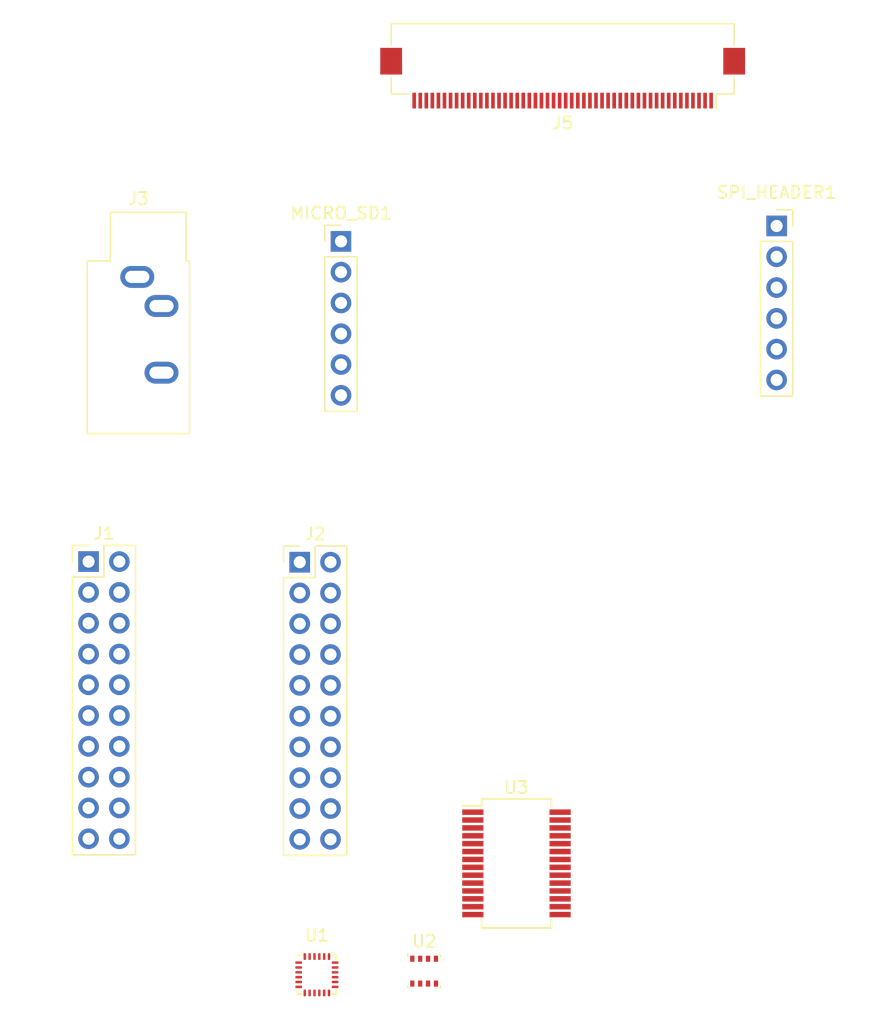
<source format=kicad_pcb>
(kicad_pcb (version 20171130) (host pcbnew 5.0.2-bee76a0~70~ubuntu18.04.1)

  (general
    (thickness 1.6)
    (drawings 0)
    (tracks 0)
    (zones 0)
    (modules 9)
    (nets 127)
  )

  (page A4)
  (layers
    (0 F.Cu signal)
    (31 B.Cu signal)
    (32 B.Adhes user)
    (33 F.Adhes user)
    (34 B.Paste user)
    (35 F.Paste user)
    (36 B.SilkS user)
    (37 F.SilkS user)
    (38 B.Mask user)
    (39 F.Mask user)
    (40 Dwgs.User user)
    (41 Cmts.User user)
    (42 Eco1.User user)
    (43 Eco2.User user)
    (44 Edge.Cuts user)
    (45 Margin user)
    (46 B.CrtYd user)
    (47 F.CrtYd user)
    (48 B.Fab user)
    (49 F.Fab user)
  )

  (setup
    (last_trace_width 0.25)
    (trace_clearance 0.2)
    (zone_clearance 0.508)
    (zone_45_only no)
    (trace_min 0.2)
    (segment_width 0.2)
    (edge_width 0.15)
    (via_size 0.8)
    (via_drill 0.4)
    (via_min_size 0.4)
    (via_min_drill 0.3)
    (uvia_size 0.3)
    (uvia_drill 0.1)
    (uvias_allowed no)
    (uvia_min_size 0.2)
    (uvia_min_drill 0.1)
    (pcb_text_width 0.3)
    (pcb_text_size 1.5 1.5)
    (mod_edge_width 0.15)
    (mod_text_size 1 1)
    (mod_text_width 0.15)
    (pad_size 1.524 1.524)
    (pad_drill 0.762)
    (pad_to_mask_clearance 0.051)
    (solder_mask_min_width 0.25)
    (aux_axis_origin 0 0)
    (visible_elements FFFFFF7F)
    (pcbplotparams
      (layerselection 0x010fc_ffffffff)
      (usegerberextensions false)
      (usegerberattributes false)
      (usegerberadvancedattributes false)
      (creategerberjobfile false)
      (excludeedgelayer true)
      (linewidth 0.100000)
      (plotframeref false)
      (viasonmask false)
      (mode 1)
      (useauxorigin false)
      (hpglpennumber 1)
      (hpglpenspeed 20)
      (hpglpendiameter 15.000000)
      (psnegative false)
      (psa4output false)
      (plotreference true)
      (plotvalue true)
      (plotinvisibletext false)
      (padsonsilk false)
      (subtractmaskfromsilk false)
      (outputformat 1)
      (mirror false)
      (drillshape 1)
      (scaleselection 1)
      (outputdirectory ""))
  )

  (net 0 "")
  (net 1 "Net-(U1-Pad1)")
  (net 2 "Net-(U1-Pad7)")
  (net 3 "Net-(U1-Pad8)")
  (net 4 "Net-(U1-Pad10)")
  (net 5 "Net-(U1-Pad11)")
  (net 6 "Net-(U1-Pad12)")
  (net 7 "Net-(U1-Pad20)")
  (net 8 "Net-(U1-Pad21)")
  (net 9 "Net-(U1-Pad22)")
  (net 10 "Net-(U2-Pad2)")
  (net 11 "Net-(U2-Pad6)")
  (net 12 /PIN_19)
  (net 13 /PIN_18)
  (net 14 /PIN_23)
  (net 15 GND)
  (net 16 "Net-(U3-Pad1)")
  (net 17 "Net-(U3-Pad2)")
  (net 18 "Net-(U3-Pad3)")
  (net 19 "Net-(U3-Pad4)")
  (net 20 "Net-(U3-Pad5)")
  (net 21 "Net-(U3-Pad6)")
  (net 22 "Net-(U3-Pad7)")
  (net 23 "Net-(U3-Pad8)")
  (net 24 "Net-(U3-Pad9)")
  (net 25 "Net-(U3-Pad10)")
  (net 26 "Net-(U3-Pad11)")
  (net 27 "Net-(U3-Pad12)")
  (net 28 "Net-(U3-Pad13)")
  (net 29 "Net-(U3-Pad14)")
  (net 30 "Net-(U3-Pad15)")
  (net 31 "Net-(U3-Pad16)")
  (net 32 "Net-(U3-Pad17)")
  (net 33 "Net-(U3-Pad18)")
  (net 34 "Net-(U3-Pad19)")
  (net 35 "Net-(U3-Pad20)")
  (net 36 "Net-(U3-Pad21)")
  (net 37 "Net-(U3-Pad22)")
  (net 38 "Net-(U3-Pad23)")
  (net 39 "Net-(U3-Pad24)")
  (net 40 "Net-(U3-Pad25)")
  (net 41 "Net-(U3-Pad26)")
  (net 42 "Net-(U3-Pad27)")
  (net 43 "Net-(U3-Pad28)")
  (net 44 +3V3)
  (net 45 /PIN_RST)
  (net 46 "Net-(J1-Pad3)")
  (net 47 /PIN_VP)
  (net 48 /PIN_VN)
  (net 49 /PIN_26)
  (net 50 /PIN_35)
  (net 51 /PIN_33)
  (net 52 /PIN_34)
  (net 53 /PIN_TMS)
  (net 54 /PIN_5)
  (net 55 "Net-(J1-Pad15)")
  (net 56 /PIN_SD2)
  (net 57 /PIN_TCK)
  (net 58 /PIN_CMD)
  (net 59 /PIN_SD3)
  (net 60 /PIN_CLK)
  (net 61 /PIN_SD1)
  (net 62 /PIN_TDO)
  (net 63 /PIN_2)
  (net 64 +5V)
  (net 65 /PIN_0)
  (net 66 /PIN_4)
  (net 67 /PIN_16)
  (net 68 /PIN_TDI)
  (net 69 /PIN_17)
  (net 70 /PIN_32)
  (net 71 /PIN_21)
  (net 72 /PIN_25)
  (net 73 /PIN_22)
  (net 74 /PIN_27)
  (net 75 /PIN_RXD)
  (net 76 /PIN_TXD)
  (net 77 "Net-(J3-PadS)")
  (net 78 "Net-(J3-PadT)")
  (net 79 "Net-(J3-PadR)")
  (net 80 "Net-(MICRO_SD1-Pad2)")
  (net 81 "Net-(SPI_HEADER1-Pad2)")
  (net 82 "Net-(U1-Pad9)")
  (net 83 "Net-(U2-Pad5)")
  (net 84 "Net-(J5-Pad1)")
  (net 85 "Net-(J5-Pad2)")
  (net 86 "Net-(J5-Pad3)")
  (net 87 "Net-(J5-Pad4)")
  (net 88 "Net-(J5-Pad5)")
  (net 89 "Net-(J5-Pad6)")
  (net 90 "Net-(J5-Pad7)")
  (net 91 "Net-(J5-Pad8)")
  (net 92 "Net-(J5-Pad9)")
  (net 93 /PIN_RESET)
  (net 94 "Net-(J5-Pad11)")
  (net 95 "Net-(J5-Pad12)")
  (net 96 "Net-(J5-Pad13)")
  (net 97 "Net-(J5-Pad14)")
  (net 98 "Net-(J5-Pad15)")
  (net 99 "Net-(J5-Pad16)")
  (net 100 "Net-(J5-Pad17)")
  (net 101 "Net-(J5-Pad18)")
  (net 102 "Net-(J5-Pad19)")
  (net 103 "Net-(J5-Pad20)")
  (net 104 "Net-(J5-Pad21)")
  (net 105 "Net-(J5-Pad22)")
  (net 106 "Net-(J5-Pad23)")
  (net 107 "Net-(J5-Pad24)")
  (net 108 "Net-(J5-Pad25)")
  (net 109 "Net-(J5-Pad26)")
  (net 110 "Net-(J5-Pad27)")
  (net 111 "Net-(J5-Pad28)")
  (net 112 "Net-(J5-Pad29)")
  (net 113 "Net-(J5-Pad30)")
  (net 114 "Net-(J5-Pad31)")
  (net 115 "Net-(J5-Pad32)")
  (net 116 "Net-(J5-Pad35)")
  (net 117 "Net-(J5-Pad36)")
  (net 118 /PIN_CS)
  (net 119 "Net-(J5-Pad39)")
  (net 120 "Net-(J5-Pad40)")
  (net 121 "Net-(J5-Pad41)")
  (net 122 /PIN_VCI)
  (net 123 "Net-(J5-Pad44)")
  (net 124 "Net-(J5-Pad45)")
  (net 125 "Net-(J5-Pad46)")
  (net 126 "Net-(J5-Pad47)")

  (net_class Default "This is the default net class."
    (clearance 0.2)
    (trace_width 0.25)
    (via_dia 0.8)
    (via_drill 0.4)
    (uvia_dia 0.3)
    (uvia_drill 0.1)
    (add_net +3V3)
    (add_net +5V)
    (add_net /PIN_0)
    (add_net /PIN_16)
    (add_net /PIN_17)
    (add_net /PIN_18)
    (add_net /PIN_19)
    (add_net /PIN_2)
    (add_net /PIN_21)
    (add_net /PIN_22)
    (add_net /PIN_23)
    (add_net /PIN_25)
    (add_net /PIN_26)
    (add_net /PIN_27)
    (add_net /PIN_32)
    (add_net /PIN_33)
    (add_net /PIN_34)
    (add_net /PIN_35)
    (add_net /PIN_4)
    (add_net /PIN_5)
    (add_net /PIN_CLK)
    (add_net /PIN_CMD)
    (add_net /PIN_CS)
    (add_net /PIN_RESET)
    (add_net /PIN_RST)
    (add_net /PIN_RXD)
    (add_net /PIN_SD1)
    (add_net /PIN_SD2)
    (add_net /PIN_SD3)
    (add_net /PIN_TCK)
    (add_net /PIN_TDI)
    (add_net /PIN_TDO)
    (add_net /PIN_TMS)
    (add_net /PIN_TXD)
    (add_net /PIN_VCI)
    (add_net /PIN_VN)
    (add_net /PIN_VP)
    (add_net GND)
    (add_net "Net-(J1-Pad15)")
    (add_net "Net-(J1-Pad3)")
    (add_net "Net-(J3-PadR)")
    (add_net "Net-(J3-PadS)")
    (add_net "Net-(J3-PadT)")
    (add_net "Net-(J5-Pad1)")
    (add_net "Net-(J5-Pad11)")
    (add_net "Net-(J5-Pad12)")
    (add_net "Net-(J5-Pad13)")
    (add_net "Net-(J5-Pad14)")
    (add_net "Net-(J5-Pad15)")
    (add_net "Net-(J5-Pad16)")
    (add_net "Net-(J5-Pad17)")
    (add_net "Net-(J5-Pad18)")
    (add_net "Net-(J5-Pad19)")
    (add_net "Net-(J5-Pad2)")
    (add_net "Net-(J5-Pad20)")
    (add_net "Net-(J5-Pad21)")
    (add_net "Net-(J5-Pad22)")
    (add_net "Net-(J5-Pad23)")
    (add_net "Net-(J5-Pad24)")
    (add_net "Net-(J5-Pad25)")
    (add_net "Net-(J5-Pad26)")
    (add_net "Net-(J5-Pad27)")
    (add_net "Net-(J5-Pad28)")
    (add_net "Net-(J5-Pad29)")
    (add_net "Net-(J5-Pad3)")
    (add_net "Net-(J5-Pad30)")
    (add_net "Net-(J5-Pad31)")
    (add_net "Net-(J5-Pad32)")
    (add_net "Net-(J5-Pad35)")
    (add_net "Net-(J5-Pad36)")
    (add_net "Net-(J5-Pad39)")
    (add_net "Net-(J5-Pad4)")
    (add_net "Net-(J5-Pad40)")
    (add_net "Net-(J5-Pad41)")
    (add_net "Net-(J5-Pad44)")
    (add_net "Net-(J5-Pad45)")
    (add_net "Net-(J5-Pad46)")
    (add_net "Net-(J5-Pad47)")
    (add_net "Net-(J5-Pad5)")
    (add_net "Net-(J5-Pad6)")
    (add_net "Net-(J5-Pad7)")
    (add_net "Net-(J5-Pad8)")
    (add_net "Net-(J5-Pad9)")
    (add_net "Net-(MICRO_SD1-Pad2)")
    (add_net "Net-(SPI_HEADER1-Pad2)")
    (add_net "Net-(U1-Pad1)")
    (add_net "Net-(U1-Pad10)")
    (add_net "Net-(U1-Pad11)")
    (add_net "Net-(U1-Pad12)")
    (add_net "Net-(U1-Pad20)")
    (add_net "Net-(U1-Pad21)")
    (add_net "Net-(U1-Pad22)")
    (add_net "Net-(U1-Pad7)")
    (add_net "Net-(U1-Pad8)")
    (add_net "Net-(U1-Pad9)")
    (add_net "Net-(U2-Pad2)")
    (add_net "Net-(U2-Pad5)")
    (add_net "Net-(U2-Pad6)")
    (add_net "Net-(U3-Pad1)")
    (add_net "Net-(U3-Pad10)")
    (add_net "Net-(U3-Pad11)")
    (add_net "Net-(U3-Pad12)")
    (add_net "Net-(U3-Pad13)")
    (add_net "Net-(U3-Pad14)")
    (add_net "Net-(U3-Pad15)")
    (add_net "Net-(U3-Pad16)")
    (add_net "Net-(U3-Pad17)")
    (add_net "Net-(U3-Pad18)")
    (add_net "Net-(U3-Pad19)")
    (add_net "Net-(U3-Pad2)")
    (add_net "Net-(U3-Pad20)")
    (add_net "Net-(U3-Pad21)")
    (add_net "Net-(U3-Pad22)")
    (add_net "Net-(U3-Pad23)")
    (add_net "Net-(U3-Pad24)")
    (add_net "Net-(U3-Pad25)")
    (add_net "Net-(U3-Pad26)")
    (add_net "Net-(U3-Pad27)")
    (add_net "Net-(U3-Pad28)")
    (add_net "Net-(U3-Pad3)")
    (add_net "Net-(U3-Pad4)")
    (add_net "Net-(U3-Pad5)")
    (add_net "Net-(U3-Pad6)")
    (add_net "Net-(U3-Pad7)")
    (add_net "Net-(U3-Pad8)")
    (add_net "Net-(U3-Pad9)")
  )

  (module Sensor_Motion:InvenSense_QFN-24_3x3mm_P0.4mm (layer F.Cu) (tedit 5B5A6A65) (tstamp 5CB2C697)
    (at 131.869001 143.045001)
    (descr "24-Lead Plastic QFN (3mm x 3mm); Pitch 0.4mm; EP 1.7x1.54mm; for InvenSense motion sensors; keepout area marked (Package see: https://store.invensense.com/datasheets/invensense/MPU9250REV1.0.pdf; See also https://www.invensense.com/wp-content/uploads/2015/02/InvenSense-MEMS-Handling.pdf)")
    (tags "QFN 0.4")
    (path /5CA64D58)
    (attr smd)
    (fp_text reference U1 (at 0 -3.25) (layer F.SilkS)
      (effects (font (size 1 1) (thickness 0.15)))
    )
    (fp_text value MPU-9250 (at 0 3.25) (layer F.Fab)
      (effects (font (size 1 1) (thickness 0.15)))
    )
    (fp_text user %R (at 0 0) (layer F.Fab)
      (effects (font (size 0.7 0.7) (thickness 0.105)))
    )
    (fp_line (start -0.5 -1.5) (end 1.5 -1.5) (layer F.Fab) (width 0.15))
    (fp_line (start 1.5 -1.5) (end 1.5 1.5) (layer F.Fab) (width 0.15))
    (fp_line (start 1.5 1.5) (end -1.5 1.5) (layer F.Fab) (width 0.15))
    (fp_line (start -1.5 1.5) (end -1.5 -0.5) (layer F.Fab) (width 0.15))
    (fp_line (start -1.5 -0.5) (end -0.5 -1.5) (layer F.Fab) (width 0.15))
    (fp_line (start 2.05 -2.05) (end 2.05 2.05) (layer F.CrtYd) (width 0.05))
    (fp_line (start 2.05 2.05) (end -2.05 2.05) (layer F.CrtYd) (width 0.05))
    (fp_line (start -2.05 2.05) (end -2.05 -2.05) (layer F.CrtYd) (width 0.05))
    (fp_line (start -2.05 -2.05) (end 2.05 -2.05) (layer F.CrtYd) (width 0.05))
    (fp_line (start -1.6 1.6) (end -1.6 1.2) (layer F.SilkS) (width 0.15))
    (fp_line (start -1.6 1.6) (end -1.2 1.6) (layer F.SilkS) (width 0.15))
    (fp_line (start 1.6 1.6) (end 1.6 1.2) (layer F.SilkS) (width 0.15))
    (fp_line (start 1.6 1.6) (end 1.2 1.6) (layer F.SilkS) (width 0.15))
    (fp_line (start 1.6 -1.6) (end 1.6 -1.2) (layer F.SilkS) (width 0.15))
    (fp_line (start 1.6 -1.6) (end 1.2 -1.6) (layer F.SilkS) (width 0.15))
    (fp_line (start -1.6 -1.6) (end -1.2 -1.6) (layer F.SilkS) (width 0.15))
    (fp_line (start -0.875 -0.795) (end 0.875 -0.795) (layer Dwgs.User) (width 0.05))
    (fp_line (start -0.875 -0.795) (end -0.875 0.795) (layer Dwgs.User) (width 0.05))
    (fp_line (start -0.875 0.795) (end 0.875 0.795) (layer Dwgs.User) (width 0.05))
    (fp_line (start 0.875 -0.795) (end 0.875 0.795) (layer Dwgs.User) (width 0.05))
    (fp_line (start 0.875 0.295) (end 0.375 0.795) (layer Dwgs.User) (width 0.05))
    (fp_line (start 0.875 -0.205) (end -0.125 0.795) (layer Dwgs.User) (width 0.05))
    (fp_line (start 0.875 -0.705) (end -0.625 0.795) (layer Dwgs.User) (width 0.05))
    (fp_line (start 0.465 -0.795) (end -0.875 0.545) (layer Dwgs.User) (width 0.05))
    (fp_line (start -0.035 -0.795) (end -0.875 0.045) (layer Dwgs.User) (width 0.05))
    (fp_line (start -0.535 -0.795) (end -0.875 -0.455) (layer Dwgs.User) (width 0.05))
    (fp_text user KEEPOUT (at 0 -0.5) (layer Cmts.User)
      (effects (font (size 0.2 0.2) (thickness 0.04)))
    )
    (fp_text user "No Copper" (at 0 -0.1) (layer Cmts.User)
      (effects (font (size 0.2 0.2) (thickness 0.04)))
    )
    (fp_text user "Directly Below" (at 0 0.25) (layer Cmts.User)
      (effects (font (size 0.2 0.2) (thickness 0.04)))
    )
    (fp_text user Component (at 0 0.55) (layer Cmts.User)
      (effects (font (size 0.2 0.2) (thickness 0.04)))
    )
    (pad 1 smd roundrect (at -1.5 -1) (size 0.55 0.2) (layers F.Cu F.Paste F.Mask) (roundrect_rratio 0.25)
      (net 1 "Net-(U1-Pad1)"))
    (pad 2 smd roundrect (at -1.5 -0.6) (size 0.55 0.2) (layers F.Cu F.Paste F.Mask) (roundrect_rratio 0.25))
    (pad 3 smd roundrect (at -1.5 -0.2) (size 0.55 0.2) (layers F.Cu F.Paste F.Mask) (roundrect_rratio 0.25))
    (pad 4 smd roundrect (at -1.5 0.2) (size 0.55 0.2) (layers F.Cu F.Paste F.Mask) (roundrect_rratio 0.25))
    (pad 5 smd roundrect (at -1.5 0.6) (size 0.55 0.2) (layers F.Cu F.Paste F.Mask) (roundrect_rratio 0.25))
    (pad 6 smd roundrect (at -1.5 1) (size 0.55 0.2) (layers F.Cu F.Paste F.Mask) (roundrect_rratio 0.25))
    (pad 7 smd roundrect (at -1 1.5 90) (size 0.55 0.2) (layers F.Cu F.Paste F.Mask) (roundrect_rratio 0.25)
      (net 2 "Net-(U1-Pad7)"))
    (pad 8 smd roundrect (at -0.6 1.5 90) (size 0.55 0.2) (layers F.Cu F.Paste F.Mask) (roundrect_rratio 0.25)
      (net 3 "Net-(U1-Pad8)"))
    (pad 9 smd roundrect (at -0.2 1.5 90) (size 0.55 0.2) (layers F.Cu F.Paste F.Mask) (roundrect_rratio 0.25)
      (net 82 "Net-(U1-Pad9)"))
    (pad 10 smd roundrect (at 0.2 1.5 90) (size 0.55 0.2) (layers F.Cu F.Paste F.Mask) (roundrect_rratio 0.25)
      (net 4 "Net-(U1-Pad10)"))
    (pad 11 smd roundrect (at 0.6 1.5 90) (size 0.55 0.2) (layers F.Cu F.Paste F.Mask) (roundrect_rratio 0.25)
      (net 5 "Net-(U1-Pad11)"))
    (pad 12 smd roundrect (at 1 1.5 90) (size 0.55 0.2) (layers F.Cu F.Paste F.Mask) (roundrect_rratio 0.25)
      (net 6 "Net-(U1-Pad12)"))
    (pad 13 smd roundrect (at 1.5 1) (size 0.55 0.2) (layers F.Cu F.Paste F.Mask) (roundrect_rratio 0.25)
      (net 44 +3V3))
    (pad 14 smd roundrect (at 1.5 0.6) (size 0.55 0.2) (layers F.Cu F.Paste F.Mask) (roundrect_rratio 0.25))
    (pad 15 smd roundrect (at 1.5 0.2) (size 0.55 0.2) (layers F.Cu F.Paste F.Mask) (roundrect_rratio 0.25))
    (pad 16 smd roundrect (at 1.5 -0.2) (size 0.55 0.2) (layers F.Cu F.Paste F.Mask) (roundrect_rratio 0.25))
    (pad 17 smd roundrect (at 1.5 -0.6) (size 0.55 0.2) (layers F.Cu F.Paste F.Mask) (roundrect_rratio 0.25))
    (pad 18 smd roundrect (at 1.5 -1) (size 0.55 0.2) (layers F.Cu F.Paste F.Mask) (roundrect_rratio 0.25)
      (net 15 GND))
    (pad 19 smd roundrect (at 1 -1.5 90) (size 0.55 0.2) (layers F.Cu F.Paste F.Mask) (roundrect_rratio 0.25))
    (pad 20 smd roundrect (at 0.6 -1.5 90) (size 0.55 0.2) (layers F.Cu F.Paste F.Mask) (roundrect_rratio 0.25)
      (net 7 "Net-(U1-Pad20)"))
    (pad 21 smd roundrect (at 0.2 -1.5 90) (size 0.55 0.2) (layers F.Cu F.Paste F.Mask) (roundrect_rratio 0.25)
      (net 8 "Net-(U1-Pad21)"))
    (pad 22 smd roundrect (at -0.2 -1.5 90) (size 0.55 0.2) (layers F.Cu F.Paste F.Mask) (roundrect_rratio 0.25)
      (net 9 "Net-(U1-Pad22)"))
    (pad 23 smd roundrect (at -0.6 -1.5 90) (size 0.55 0.2) (layers F.Cu F.Paste F.Mask) (roundrect_rratio 0.25)
      (net 74 /PIN_27))
    (pad 24 smd roundrect (at -1 -1.5 90) (size 0.55 0.2) (layers F.Cu F.Paste F.Mask) (roundrect_rratio 0.25)
      (net 72 /PIN_25))
    (model ${KISYS3DMOD}/Package_DFN_QFN.3dshapes/QFN-24_3x3mm_P0.4mm_EP1.7x1.54mm.wrl
      (at (xyz 0 0 0))
      (scale (xyz 1 1 1))
      (rotate (xyz 0 0 0))
    )
  )

  (module Package_LGA:Bosch_LGA-8_2.5x2.5mm_P0.65mm_ClockwisePinNumbering (layer F.Cu) (tedit 5A0FA816) (tstamp 5CB2C80C)
    (at 140.716 142.748)
    (descr LGA-8)
    (tags "lga land grid array")
    (path /5CA64E9A)
    (attr smd)
    (fp_text reference U2 (at 0.015 -2.465) (layer F.SilkS)
      (effects (font (size 1 1) (thickness 0.15)))
    )
    (fp_text value BME280 (at 0.015 2.535) (layer F.Fab)
      (effects (font (size 1 1) (thickness 0.15)))
    )
    (fp_text user %R (at 0 0 180) (layer F.Fab)
      (effects (font (size 0.5 0.5) (thickness 0.075)))
    )
    (fp_line (start -1.35 1.36) (end -1.2 1.36) (layer F.SilkS) (width 0.1))
    (fp_line (start -1.25 -0.5) (end -0.5 -1.25) (layer F.Fab) (width 0.1))
    (fp_line (start -1.35 1.35) (end -1.35 1.2) (layer F.SilkS) (width 0.1))
    (fp_line (start 1.35 1.35) (end 1.35 1.2) (layer F.SilkS) (width 0.1))
    (fp_line (start 1.35 1.35) (end 1.2 1.35) (layer F.SilkS) (width 0.1))
    (fp_line (start 1.2 -1.35) (end 1.35 -1.35) (layer F.SilkS) (width 0.1))
    (fp_line (start 1.35 -1.35) (end 1.35 -1.2) (layer F.SilkS) (width 0.1))
    (fp_line (start -1.35 -1.2) (end -1.35 -1.45) (layer F.SilkS) (width 0.1))
    (fp_line (start -1.25 1.25) (end -1.25 -0.5) (layer F.Fab) (width 0.1))
    (fp_line (start -0.5 -1.25) (end 1.25 -1.25) (layer F.Fab) (width 0.1))
    (fp_line (start 1.25 -1.25) (end 1.25 1.25) (layer F.Fab) (width 0.1))
    (fp_line (start 1.25 1.25) (end -1.25 1.25) (layer F.Fab) (width 0.1))
    (fp_line (start -1.41 1.54) (end -1.41 -1.54) (layer F.CrtYd) (width 0.05))
    (fp_line (start -1.41 -1.54) (end 1.41 -1.54) (layer F.CrtYd) (width 0.05))
    (fp_line (start 1.41 -1.54) (end 1.41 1.54) (layer F.CrtYd) (width 0.05))
    (fp_line (start 1.41 1.54) (end -1.41 1.54) (layer F.CrtYd) (width 0.05))
    (pad 4 smd rect (at 0.975 -1.025 90) (size 0.5 0.35) (layers F.Cu F.Paste F.Mask)
      (net 74 /PIN_27))
    (pad 3 smd rect (at 0.325 -1.025 90) (size 0.5 0.35) (layers F.Cu F.Paste F.Mask)
      (net 72 /PIN_25))
    (pad 2 smd rect (at -0.325 -1.025 90) (size 0.5 0.35) (layers F.Cu F.Paste F.Mask)
      (net 10 "Net-(U2-Pad2)"))
    (pad 1 smd rect (at -0.975 -1.025 90) (size 0.5 0.35) (layers F.Cu F.Paste F.Mask)
      (net 15 GND))
    (pad 8 smd rect (at -0.975 1.025 90) (size 0.5 0.35) (layers F.Cu F.Paste F.Mask)
      (net 44 +3V3))
    (pad 7 smd rect (at -0.325 1.025 90) (size 0.5 0.35) (layers F.Cu F.Paste F.Mask)
      (net 15 GND))
    (pad 6 smd rect (at 0.325 1.025 90) (size 0.5 0.35) (layers F.Cu F.Paste F.Mask)
      (net 11 "Net-(U2-Pad6)"))
    (pad 5 smd rect (at 0.975 1.025 90) (size 0.5 0.35) (layers F.Cu F.Paste F.Mask)
      (net 83 "Net-(U2-Pad5)"))
    (model ${KISYS3DMOD}/Package_LGA.3dshapes/Bosch_LGA-8_2.5x2.5mm_P0.65mm_ClockwisePinNumbering.wrl
      (offset (xyz 0.01500000025472259 -0.03500000059435272 0))
      (scale (xyz 1 1 1))
      (rotate (xyz 0 0 0))
    )
  )

  (module Package_SO:SSOP-28_5.3x10.2mm_P0.65mm (layer F.Cu) (tedit 5A02F25C) (tstamp 5CB2C8B4)
    (at 148.336 133.858)
    (descr "28-Lead Plastic Shrink Small Outline (SS)-5.30 mm Body [SSOP] (see Microchip Packaging Specification 00000049BS.pdf)")
    (tags "SSOP 0.65")
    (path /5CA69BB7)
    (attr smd)
    (fp_text reference U3 (at 0 -6.25) (layer F.SilkS)
      (effects (font (size 1 1) (thickness 0.15)))
    )
    (fp_text value MCP23S17_SS (at 0 6.25) (layer F.Fab)
      (effects (font (size 1 1) (thickness 0.15)))
    )
    (fp_line (start -1.65 -5.1) (end 2.65 -5.1) (layer F.Fab) (width 0.15))
    (fp_line (start 2.65 -5.1) (end 2.65 5.1) (layer F.Fab) (width 0.15))
    (fp_line (start 2.65 5.1) (end -2.65 5.1) (layer F.Fab) (width 0.15))
    (fp_line (start -2.65 5.1) (end -2.65 -4.1) (layer F.Fab) (width 0.15))
    (fp_line (start -2.65 -4.1) (end -1.65 -5.1) (layer F.Fab) (width 0.15))
    (fp_line (start -4.75 -5.5) (end -4.75 5.5) (layer F.CrtYd) (width 0.05))
    (fp_line (start 4.75 -5.5) (end 4.75 5.5) (layer F.CrtYd) (width 0.05))
    (fp_line (start -4.75 -5.5) (end 4.75 -5.5) (layer F.CrtYd) (width 0.05))
    (fp_line (start -4.75 5.5) (end 4.75 5.5) (layer F.CrtYd) (width 0.05))
    (fp_line (start -2.875 -5.325) (end -2.875 -4.75) (layer F.SilkS) (width 0.15))
    (fp_line (start 2.875 -5.325) (end 2.875 -4.675) (layer F.SilkS) (width 0.15))
    (fp_line (start 2.875 5.325) (end 2.875 4.675) (layer F.SilkS) (width 0.15))
    (fp_line (start -2.875 5.325) (end -2.875 4.675) (layer F.SilkS) (width 0.15))
    (fp_line (start -2.875 -5.325) (end 2.875 -5.325) (layer F.SilkS) (width 0.15))
    (fp_line (start -2.875 5.325) (end 2.875 5.325) (layer F.SilkS) (width 0.15))
    (fp_line (start -2.875 -4.75) (end -4.475 -4.75) (layer F.SilkS) (width 0.15))
    (fp_text user %R (at 0 0) (layer F.Fab)
      (effects (font (size 0.8 0.8) (thickness 0.15)))
    )
    (pad 1 smd rect (at -3.6 -4.225) (size 1.75 0.45) (layers F.Cu F.Paste F.Mask)
      (net 16 "Net-(U3-Pad1)"))
    (pad 2 smd rect (at -3.6 -3.575) (size 1.75 0.45) (layers F.Cu F.Paste F.Mask)
      (net 17 "Net-(U3-Pad2)"))
    (pad 3 smd rect (at -3.6 -2.925) (size 1.75 0.45) (layers F.Cu F.Paste F.Mask)
      (net 18 "Net-(U3-Pad3)"))
    (pad 4 smd rect (at -3.6 -2.275) (size 1.75 0.45) (layers F.Cu F.Paste F.Mask)
      (net 19 "Net-(U3-Pad4)"))
    (pad 5 smd rect (at -3.6 -1.625) (size 1.75 0.45) (layers F.Cu F.Paste F.Mask)
      (net 20 "Net-(U3-Pad5)"))
    (pad 6 smd rect (at -3.6 -0.975) (size 1.75 0.45) (layers F.Cu F.Paste F.Mask)
      (net 21 "Net-(U3-Pad6)"))
    (pad 7 smd rect (at -3.6 -0.325) (size 1.75 0.45) (layers F.Cu F.Paste F.Mask)
      (net 22 "Net-(U3-Pad7)"))
    (pad 8 smd rect (at -3.6 0.325) (size 1.75 0.45) (layers F.Cu F.Paste F.Mask)
      (net 23 "Net-(U3-Pad8)"))
    (pad 9 smd rect (at -3.6 0.975) (size 1.75 0.45) (layers F.Cu F.Paste F.Mask)
      (net 24 "Net-(U3-Pad9)"))
    (pad 10 smd rect (at -3.6 1.625) (size 1.75 0.45) (layers F.Cu F.Paste F.Mask)
      (net 25 "Net-(U3-Pad10)"))
    (pad 11 smd rect (at -3.6 2.275) (size 1.75 0.45) (layers F.Cu F.Paste F.Mask)
      (net 26 "Net-(U3-Pad11)"))
    (pad 12 smd rect (at -3.6 2.925) (size 1.75 0.45) (layers F.Cu F.Paste F.Mask)
      (net 27 "Net-(U3-Pad12)"))
    (pad 13 smd rect (at -3.6 3.575) (size 1.75 0.45) (layers F.Cu F.Paste F.Mask)
      (net 28 "Net-(U3-Pad13)"))
    (pad 14 smd rect (at -3.6 4.225) (size 1.75 0.45) (layers F.Cu F.Paste F.Mask)
      (net 29 "Net-(U3-Pad14)"))
    (pad 15 smd rect (at 3.6 4.225) (size 1.75 0.45) (layers F.Cu F.Paste F.Mask)
      (net 30 "Net-(U3-Pad15)"))
    (pad 16 smd rect (at 3.6 3.575) (size 1.75 0.45) (layers F.Cu F.Paste F.Mask)
      (net 31 "Net-(U3-Pad16)"))
    (pad 17 smd rect (at 3.6 2.925) (size 1.75 0.45) (layers F.Cu F.Paste F.Mask)
      (net 32 "Net-(U3-Pad17)"))
    (pad 18 smd rect (at 3.6 2.275) (size 1.75 0.45) (layers F.Cu F.Paste F.Mask)
      (net 33 "Net-(U3-Pad18)"))
    (pad 19 smd rect (at 3.6 1.625) (size 1.75 0.45) (layers F.Cu F.Paste F.Mask)
      (net 34 "Net-(U3-Pad19)"))
    (pad 20 smd rect (at 3.6 0.975) (size 1.75 0.45) (layers F.Cu F.Paste F.Mask)
      (net 35 "Net-(U3-Pad20)"))
    (pad 21 smd rect (at 3.6 0.325) (size 1.75 0.45) (layers F.Cu F.Paste F.Mask)
      (net 36 "Net-(U3-Pad21)"))
    (pad 22 smd rect (at 3.6 -0.325) (size 1.75 0.45) (layers F.Cu F.Paste F.Mask)
      (net 37 "Net-(U3-Pad22)"))
    (pad 23 smd rect (at 3.6 -0.975) (size 1.75 0.45) (layers F.Cu F.Paste F.Mask)
      (net 38 "Net-(U3-Pad23)"))
    (pad 24 smd rect (at 3.6 -1.625) (size 1.75 0.45) (layers F.Cu F.Paste F.Mask)
      (net 39 "Net-(U3-Pad24)"))
    (pad 25 smd rect (at 3.6 -2.275) (size 1.75 0.45) (layers F.Cu F.Paste F.Mask)
      (net 40 "Net-(U3-Pad25)"))
    (pad 26 smd rect (at 3.6 -2.925) (size 1.75 0.45) (layers F.Cu F.Paste F.Mask)
      (net 41 "Net-(U3-Pad26)"))
    (pad 27 smd rect (at 3.6 -3.575) (size 1.75 0.45) (layers F.Cu F.Paste F.Mask)
      (net 42 "Net-(U3-Pad27)"))
    (pad 28 smd rect (at 3.6 -4.225) (size 1.75 0.45) (layers F.Cu F.Paste F.Mask)
      (net 43 "Net-(U3-Pad28)"))
    (model ${KISYS3DMOD}/Package_SO.3dshapes/SSOP-28_5.3x10.2mm_P0.65mm.wrl
      (at (xyz 0 0 0))
      (scale (xyz 1 1 1))
      (rotate (xyz 0 0 0))
    )
  )

  (module Connector_PinHeader_2.54mm:PinHeader_2x10_P2.54mm_Vertical (layer F.Cu) (tedit 59FED5CC) (tstamp 5CB2CA19)
    (at 113.03 108.966)
    (descr "Through hole straight pin header, 2x10, 2.54mm pitch, double rows")
    (tags "Through hole pin header THT 2x10 2.54mm double row")
    (path /5C5F462B)
    (fp_text reference J1 (at 1.27 -2.33) (layer F.SilkS)
      (effects (font (size 1 1) (thickness 0.15)))
    )
    (fp_text value Conn_02x10_Odd_Even (at 1.27 25.19) (layer F.Fab)
      (effects (font (size 1 1) (thickness 0.15)))
    )
    (fp_line (start 0 -1.27) (end 3.81 -1.27) (layer F.Fab) (width 0.1))
    (fp_line (start 3.81 -1.27) (end 3.81 24.13) (layer F.Fab) (width 0.1))
    (fp_line (start 3.81 24.13) (end -1.27 24.13) (layer F.Fab) (width 0.1))
    (fp_line (start -1.27 24.13) (end -1.27 0) (layer F.Fab) (width 0.1))
    (fp_line (start -1.27 0) (end 0 -1.27) (layer F.Fab) (width 0.1))
    (fp_line (start -1.33 24.19) (end 3.87 24.19) (layer F.SilkS) (width 0.12))
    (fp_line (start -1.33 1.27) (end -1.33 24.19) (layer F.SilkS) (width 0.12))
    (fp_line (start 3.87 -1.33) (end 3.87 24.19) (layer F.SilkS) (width 0.12))
    (fp_line (start -1.33 1.27) (end 1.27 1.27) (layer F.SilkS) (width 0.12))
    (fp_line (start 1.27 1.27) (end 1.27 -1.33) (layer F.SilkS) (width 0.12))
    (fp_line (start 1.27 -1.33) (end 3.87 -1.33) (layer F.SilkS) (width 0.12))
    (fp_line (start -1.33 0) (end -1.33 -1.33) (layer F.SilkS) (width 0.12))
    (fp_line (start -1.33 -1.33) (end 0 -1.33) (layer F.SilkS) (width 0.12))
    (fp_line (start -1.8 -1.8) (end -1.8 24.65) (layer F.CrtYd) (width 0.05))
    (fp_line (start -1.8 24.65) (end 4.35 24.65) (layer F.CrtYd) (width 0.05))
    (fp_line (start 4.35 24.65) (end 4.35 -1.8) (layer F.CrtYd) (width 0.05))
    (fp_line (start 4.35 -1.8) (end -1.8 -1.8) (layer F.CrtYd) (width 0.05))
    (fp_text user %R (at 1.27 11.43 90) (layer F.Fab)
      (effects (font (size 1 1) (thickness 0.15)))
    )
    (pad 1 thru_hole rect (at 0 0) (size 1.7 1.7) (drill 1) (layers *.Cu *.Mask)
      (net 15 GND))
    (pad 2 thru_hole oval (at 2.54 0) (size 1.7 1.7) (drill 1) (layers *.Cu *.Mask)
      (net 45 /PIN_RST))
    (pad 3 thru_hole oval (at 0 2.54) (size 1.7 1.7) (drill 1) (layers *.Cu *.Mask)
      (net 46 "Net-(J1-Pad3)"))
    (pad 4 thru_hole oval (at 2.54 2.54) (size 1.7 1.7) (drill 1) (layers *.Cu *.Mask)
      (net 47 /PIN_VP))
    (pad 5 thru_hole oval (at 0 5.08) (size 1.7 1.7) (drill 1) (layers *.Cu *.Mask)
      (net 48 /PIN_VN))
    (pad 6 thru_hole oval (at 2.54 5.08) (size 1.7 1.7) (drill 1) (layers *.Cu *.Mask)
      (net 49 /PIN_26))
    (pad 7 thru_hole oval (at 0 7.62) (size 1.7 1.7) (drill 1) (layers *.Cu *.Mask)
      (net 50 /PIN_35))
    (pad 8 thru_hole oval (at 2.54 7.62) (size 1.7 1.7) (drill 1) (layers *.Cu *.Mask)
      (net 13 /PIN_18))
    (pad 9 thru_hole oval (at 0 10.16) (size 1.7 1.7) (drill 1) (layers *.Cu *.Mask)
      (net 51 /PIN_33))
    (pad 10 thru_hole oval (at 2.54 10.16) (size 1.7 1.7) (drill 1) (layers *.Cu *.Mask)
      (net 12 /PIN_19))
    (pad 11 thru_hole oval (at 0 12.7) (size 1.7 1.7) (drill 1) (layers *.Cu *.Mask)
      (net 52 /PIN_34))
    (pad 12 thru_hole oval (at 2.54 12.7) (size 1.7 1.7) (drill 1) (layers *.Cu *.Mask)
      (net 14 /PIN_23))
    (pad 13 thru_hole oval (at 0 15.24) (size 1.7 1.7) (drill 1) (layers *.Cu *.Mask)
      (net 53 /PIN_TMS))
    (pad 14 thru_hole oval (at 2.54 15.24) (size 1.7 1.7) (drill 1) (layers *.Cu *.Mask)
      (net 54 /PIN_5))
    (pad 15 thru_hole oval (at 0 17.78) (size 1.7 1.7) (drill 1) (layers *.Cu *.Mask)
      (net 55 "Net-(J1-Pad15)"))
    (pad 16 thru_hole oval (at 2.54 17.78) (size 1.7 1.7) (drill 1) (layers *.Cu *.Mask)
      (net 44 +3V3))
    (pad 17 thru_hole oval (at 0 20.32) (size 1.7 1.7) (drill 1) (layers *.Cu *.Mask)
      (net 56 /PIN_SD2))
    (pad 18 thru_hole oval (at 2.54 20.32) (size 1.7 1.7) (drill 1) (layers *.Cu *.Mask)
      (net 57 /PIN_TCK))
    (pad 19 thru_hole oval (at 0 22.86) (size 1.7 1.7) (drill 1) (layers *.Cu *.Mask)
      (net 58 /PIN_CMD))
    (pad 20 thru_hole oval (at 2.54 22.86) (size 1.7 1.7) (drill 1) (layers *.Cu *.Mask)
      (net 59 /PIN_SD3))
    (model ${KISYS3DMOD}/Connector_PinHeader_2.54mm.3dshapes/PinHeader_2x10_P2.54mm_Vertical.wrl
      (at (xyz 0 0 0))
      (scale (xyz 1 1 1))
      (rotate (xyz 0 0 0))
    )
  )

  (module Connector_PinHeader_2.54mm:PinHeader_2x10_P2.54mm_Vertical (layer F.Cu) (tedit 59FED5CC) (tstamp 5CB2CA43)
    (at 130.453001 109.013001)
    (descr "Through hole straight pin header, 2x10, 2.54mm pitch, double rows")
    (tags "Through hole pin header THT 2x10 2.54mm double row")
    (path /5C5F4734)
    (fp_text reference J2 (at 1.27 -2.33) (layer F.SilkS)
      (effects (font (size 1 1) (thickness 0.15)))
    )
    (fp_text value Conn_02x10_Odd_Even (at 1.27 25.19) (layer F.Fab)
      (effects (font (size 1 1) (thickness 0.15)))
    )
    (fp_text user %R (at 1.27 11.43 90) (layer F.Fab)
      (effects (font (size 1 1) (thickness 0.15)))
    )
    (fp_line (start 4.35 -1.8) (end -1.8 -1.8) (layer F.CrtYd) (width 0.05))
    (fp_line (start 4.35 24.65) (end 4.35 -1.8) (layer F.CrtYd) (width 0.05))
    (fp_line (start -1.8 24.65) (end 4.35 24.65) (layer F.CrtYd) (width 0.05))
    (fp_line (start -1.8 -1.8) (end -1.8 24.65) (layer F.CrtYd) (width 0.05))
    (fp_line (start -1.33 -1.33) (end 0 -1.33) (layer F.SilkS) (width 0.12))
    (fp_line (start -1.33 0) (end -1.33 -1.33) (layer F.SilkS) (width 0.12))
    (fp_line (start 1.27 -1.33) (end 3.87 -1.33) (layer F.SilkS) (width 0.12))
    (fp_line (start 1.27 1.27) (end 1.27 -1.33) (layer F.SilkS) (width 0.12))
    (fp_line (start -1.33 1.27) (end 1.27 1.27) (layer F.SilkS) (width 0.12))
    (fp_line (start 3.87 -1.33) (end 3.87 24.19) (layer F.SilkS) (width 0.12))
    (fp_line (start -1.33 1.27) (end -1.33 24.19) (layer F.SilkS) (width 0.12))
    (fp_line (start -1.33 24.19) (end 3.87 24.19) (layer F.SilkS) (width 0.12))
    (fp_line (start -1.27 0) (end 0 -1.27) (layer F.Fab) (width 0.1))
    (fp_line (start -1.27 24.13) (end -1.27 0) (layer F.Fab) (width 0.1))
    (fp_line (start 3.81 24.13) (end -1.27 24.13) (layer F.Fab) (width 0.1))
    (fp_line (start 3.81 -1.27) (end 3.81 24.13) (layer F.Fab) (width 0.1))
    (fp_line (start 0 -1.27) (end 3.81 -1.27) (layer F.Fab) (width 0.1))
    (pad 20 thru_hole oval (at 2.54 22.86) (size 1.7 1.7) (drill 1) (layers *.Cu *.Mask)
      (net 60 /PIN_CLK))
    (pad 19 thru_hole oval (at 0 22.86) (size 1.7 1.7) (drill 1) (layers *.Cu *.Mask)
      (net 14 /PIN_23))
    (pad 18 thru_hole oval (at 2.54 20.32) (size 1.7 1.7) (drill 1) (layers *.Cu *.Mask)
      (net 61 /PIN_SD1))
    (pad 17 thru_hole oval (at 0 20.32) (size 1.7 1.7) (drill 1) (layers *.Cu *.Mask)
      (net 62 /PIN_TDO))
    (pad 16 thru_hole oval (at 2.54 17.78) (size 1.7 1.7) (drill 1) (layers *.Cu *.Mask)
      (net 63 /PIN_2))
    (pad 15 thru_hole oval (at 0 17.78) (size 1.7 1.7) (drill 1) (layers *.Cu *.Mask)
      (net 64 +5V))
    (pad 14 thru_hole oval (at 2.54 15.24) (size 1.7 1.7) (drill 1) (layers *.Cu *.Mask)
      (net 65 /PIN_0))
    (pad 13 thru_hole oval (at 0 15.24) (size 1.7 1.7) (drill 1) (layers *.Cu *.Mask)
      (net 15 GND))
    (pad 12 thru_hole oval (at 2.54 12.7) (size 1.7 1.7) (drill 1) (layers *.Cu *.Mask)
      (net 66 /PIN_4))
    (pad 11 thru_hole oval (at 0 12.7) (size 1.7 1.7) (drill 1) (layers *.Cu *.Mask)
      (net 67 /PIN_16))
    (pad 10 thru_hole oval (at 2.54 10.16) (size 1.7 1.7) (drill 1) (layers *.Cu *.Mask)
      (net 68 /PIN_TDI))
    (pad 9 thru_hole oval (at 0 10.16) (size 1.7 1.7) (drill 1) (layers *.Cu *.Mask)
      (net 69 /PIN_17))
    (pad 8 thru_hole oval (at 2.54 7.62) (size 1.7 1.7) (drill 1) (layers *.Cu *.Mask)
      (net 70 /PIN_32))
    (pad 7 thru_hole oval (at 0 7.62) (size 1.7 1.7) (drill 1) (layers *.Cu *.Mask)
      (net 71 /PIN_21))
    (pad 6 thru_hole oval (at 2.54 5.08) (size 1.7 1.7) (drill 1) (layers *.Cu *.Mask)
      (net 72 /PIN_25))
    (pad 5 thru_hole oval (at 0 5.08) (size 1.7 1.7) (drill 1) (layers *.Cu *.Mask)
      (net 73 /PIN_22))
    (pad 4 thru_hole oval (at 2.54 2.54) (size 1.7 1.7) (drill 1) (layers *.Cu *.Mask)
      (net 74 /PIN_27))
    (pad 3 thru_hole oval (at 0 2.54) (size 1.7 1.7) (drill 1) (layers *.Cu *.Mask)
      (net 75 /PIN_RXD))
    (pad 2 thru_hole oval (at 2.54 0) (size 1.7 1.7) (drill 1) (layers *.Cu *.Mask)
      (net 15 GND))
    (pad 1 thru_hole rect (at 0 0) (size 1.7 1.7) (drill 1) (layers *.Cu *.Mask)
      (net 76 /PIN_TXD))
    (model ${KISYS3DMOD}/Connector_PinHeader_2.54mm.3dshapes/PinHeader_2x10_P2.54mm_Vertical.wrl
      (at (xyz 0 0 0))
      (scale (xyz 1 1 1))
      (rotate (xyz 0 0 0))
    )
  )

  (module Connector_Audio:Jack_3.5mm_CUI_SJ1-3533NG_Horizontal (layer F.Cu) (tedit 5BAD3514) (tstamp 5CB2E21B)
    (at 117.047001 85.481001)
    (descr "TRS 3.5mm, horizontal, through-hole, https://www.cui.com/product/resource/sj1-353xng.pdf")
    (tags "TRS audio jack stereo horizontal")
    (path /5CA656CD)
    (fp_text reference J3 (at 0.1 -6.45) (layer F.SilkS)
      (effects (font (size 1 1) (thickness 0.15)))
    )
    (fp_text value AudioJack3 (at 0.1 14.05) (layer F.Fab)
      (effects (font (size 1 1) (thickness 0.15)))
    )
    (fp_line (start -2.1 -5.2) (end 3.9 -5.2) (layer F.Fab) (width 0.1))
    (fp_line (start 3.9 -5.2) (end 3.9 -1.2) (layer F.Fab) (width 0.1))
    (fp_line (start 3.9 -1.2) (end 4.2 -1.2) (layer F.Fab) (width 0.1))
    (fp_line (start 4.2 -1.2) (end 4.2 12.8) (layer F.Fab) (width 0.1))
    (fp_line (start 4.2 12.8) (end -4 12.8) (layer F.Fab) (width 0.1))
    (fp_line (start -4 12.8) (end -4 -1.2) (layer F.Fab) (width 0.1))
    (fp_line (start -4 -1.2) (end -2.1 -1.2) (layer F.Fab) (width 0.1))
    (fp_line (start -2.1 -1.2) (end -2.1 -5.2) (layer F.Fab) (width 0.1))
    (fp_line (start -2.22 -5.32) (end 4.02 -5.32) (layer F.SilkS) (width 0.12))
    (fp_line (start 4.02 -5.32) (end 4.02 -1.32) (layer F.SilkS) (width 0.12))
    (fp_line (start 4.02 -1.32) (end 4.32 -1.32) (layer F.SilkS) (width 0.12))
    (fp_line (start 4.32 -1.32) (end 4.32 12.92) (layer F.SilkS) (width 0.12))
    (fp_line (start 4.32 12.92) (end -4.12 12.92) (layer F.SilkS) (width 0.12))
    (fp_line (start -4.12 12.92) (end -4.12 -1.32) (layer F.SilkS) (width 0.12))
    (fp_line (start -4.12 -1.32) (end -2.22 -1.32) (layer F.SilkS) (width 0.12))
    (fp_line (start -2.22 -1.32) (end -2.22 -5.32) (layer F.SilkS) (width 0.12))
    (fp_line (start -4.5 -5.7) (end -4.5 13.3) (layer F.CrtYd) (width 0.05))
    (fp_line (start -4.5 13.3) (end 4.7 13.3) (layer F.CrtYd) (width 0.05))
    (fp_line (start 4.7 13.3) (end 4.7 -5.7) (layer F.CrtYd) (width 0.05))
    (fp_line (start 4.7 -5.7) (end -4.5 -5.7) (layer F.CrtYd) (width 0.05))
    (fp_text user %R (at 0.1 3.8) (layer F.Fab)
      (effects (font (size 1 1) (thickness 0.15)))
    )
    (pad S thru_hole oval (at 0 0) (size 2.8 1.8) (drill oval 2 1) (layers *.Cu *.Mask)
      (net 77 "Net-(J3-PadS)"))
    (pad T thru_hole oval (at 2 2.4) (size 2.8 1.8) (drill oval 2 1) (layers *.Cu *.Mask)
      (net 78 "Net-(J3-PadT)"))
    (pad R thru_hole oval (at 2 7.9) (size 2.8 1.8) (drill oval 2 1) (layers *.Cu *.Mask)
      (net 79 "Net-(J3-PadR)"))
    (model ${KISYS3DMOD}/Connector_Audio.3dshapes/Jack_3.5mm_CUI_SJ1-3533NG_Horizontal.wrl
      (at (xyz 0 0 0))
      (scale (xyz 1 1 1))
      (rotate (xyz 0 0 0))
    )
  )

  (module Connector_PinHeader_2.54mm:PinHeader_1x06_P2.54mm_Vertical (layer F.Cu) (tedit 59FED5CC) (tstamp 5CA662B1)
    (at 133.858 82.55)
    (descr "Through hole straight pin header, 1x06, 2.54mm pitch, single row")
    (tags "Through hole pin header THT 1x06 2.54mm single row")
    (path /5CA73B79)
    (fp_text reference MICRO_SD1 (at 0 -2.33) (layer F.SilkS)
      (effects (font (size 1 1) (thickness 0.15)))
    )
    (fp_text value Conn_01x06_Male (at 0 15.03) (layer F.Fab)
      (effects (font (size 1 1) (thickness 0.15)))
    )
    (fp_text user %R (at 0 6.35 90) (layer F.Fab)
      (effects (font (size 1 1) (thickness 0.15)))
    )
    (fp_line (start 1.8 -1.8) (end -1.8 -1.8) (layer F.CrtYd) (width 0.05))
    (fp_line (start 1.8 14.5) (end 1.8 -1.8) (layer F.CrtYd) (width 0.05))
    (fp_line (start -1.8 14.5) (end 1.8 14.5) (layer F.CrtYd) (width 0.05))
    (fp_line (start -1.8 -1.8) (end -1.8 14.5) (layer F.CrtYd) (width 0.05))
    (fp_line (start -1.33 -1.33) (end 0 -1.33) (layer F.SilkS) (width 0.12))
    (fp_line (start -1.33 0) (end -1.33 -1.33) (layer F.SilkS) (width 0.12))
    (fp_line (start -1.33 1.27) (end 1.33 1.27) (layer F.SilkS) (width 0.12))
    (fp_line (start 1.33 1.27) (end 1.33 14.03) (layer F.SilkS) (width 0.12))
    (fp_line (start -1.33 1.27) (end -1.33 14.03) (layer F.SilkS) (width 0.12))
    (fp_line (start -1.33 14.03) (end 1.33 14.03) (layer F.SilkS) (width 0.12))
    (fp_line (start -1.27 -0.635) (end -0.635 -1.27) (layer F.Fab) (width 0.1))
    (fp_line (start -1.27 13.97) (end -1.27 -0.635) (layer F.Fab) (width 0.1))
    (fp_line (start 1.27 13.97) (end -1.27 13.97) (layer F.Fab) (width 0.1))
    (fp_line (start 1.27 -1.27) (end 1.27 13.97) (layer F.Fab) (width 0.1))
    (fp_line (start -0.635 -1.27) (end 1.27 -1.27) (layer F.Fab) (width 0.1))
    (pad 6 thru_hole oval (at 0 12.7) (size 1.7 1.7) (drill 1) (layers *.Cu *.Mask)
      (net 15 GND))
    (pad 5 thru_hole oval (at 0 10.16) (size 1.7 1.7) (drill 1) (layers *.Cu *.Mask)
      (net 12 /PIN_19))
    (pad 4 thru_hole oval (at 0 7.62) (size 1.7 1.7) (drill 1) (layers *.Cu *.Mask)
      (net 13 /PIN_18))
    (pad 3 thru_hole oval (at 0 5.08) (size 1.7 1.7) (drill 1) (layers *.Cu *.Mask)
      (net 14 /PIN_23))
    (pad 2 thru_hole oval (at 0 2.54) (size 1.7 1.7) (drill 1) (layers *.Cu *.Mask)
      (net 80 "Net-(MICRO_SD1-Pad2)"))
    (pad 1 thru_hole rect (at 0 0) (size 1.7 1.7) (drill 1) (layers *.Cu *.Mask)
      (net 44 +3V3))
    (model ${KISYS3DMOD}/Connector_PinHeader_2.54mm.3dshapes/PinHeader_1x06_P2.54mm_Vertical.wrl
      (at (xyz 0 0 0))
      (scale (xyz 1 1 1))
      (rotate (xyz 0 0 0))
    )
  )

  (module Connector_PinSocket_2.54mm:PinSocket_1x06_P2.54mm_Vertical (layer F.Cu) (tedit 5A19A430) (tstamp 5CB3B408)
    (at 169.799 81.28)
    (descr "Through hole straight socket strip, 1x06, 2.54mm pitch, single row (from Kicad 4.0.7), script generated")
    (tags "Through hole socket strip THT 1x06 2.54mm single row")
    (path /5CA7AA74)
    (fp_text reference SPI_HEADER1 (at 0 -2.77) (layer F.SilkS)
      (effects (font (size 1 1) (thickness 0.15)))
    )
    (fp_text value Conn_01x06_Female (at 0 15.47) (layer F.Fab)
      (effects (font (size 1 1) (thickness 0.15)))
    )
    (fp_line (start -1.27 -1.27) (end 0.635 -1.27) (layer F.Fab) (width 0.1))
    (fp_line (start 0.635 -1.27) (end 1.27 -0.635) (layer F.Fab) (width 0.1))
    (fp_line (start 1.27 -0.635) (end 1.27 13.97) (layer F.Fab) (width 0.1))
    (fp_line (start 1.27 13.97) (end -1.27 13.97) (layer F.Fab) (width 0.1))
    (fp_line (start -1.27 13.97) (end -1.27 -1.27) (layer F.Fab) (width 0.1))
    (fp_line (start -1.33 1.27) (end 1.33 1.27) (layer F.SilkS) (width 0.12))
    (fp_line (start -1.33 1.27) (end -1.33 14.03) (layer F.SilkS) (width 0.12))
    (fp_line (start -1.33 14.03) (end 1.33 14.03) (layer F.SilkS) (width 0.12))
    (fp_line (start 1.33 1.27) (end 1.33 14.03) (layer F.SilkS) (width 0.12))
    (fp_line (start 1.33 -1.33) (end 1.33 0) (layer F.SilkS) (width 0.12))
    (fp_line (start 0 -1.33) (end 1.33 -1.33) (layer F.SilkS) (width 0.12))
    (fp_line (start -1.8 -1.8) (end 1.75 -1.8) (layer F.CrtYd) (width 0.05))
    (fp_line (start 1.75 -1.8) (end 1.75 14.45) (layer F.CrtYd) (width 0.05))
    (fp_line (start 1.75 14.45) (end -1.8 14.45) (layer F.CrtYd) (width 0.05))
    (fp_line (start -1.8 14.45) (end -1.8 -1.8) (layer F.CrtYd) (width 0.05))
    (fp_text user %R (at 0 6.35 90) (layer F.Fab)
      (effects (font (size 1 1) (thickness 0.15)))
    )
    (pad 1 thru_hole rect (at 0 0) (size 1.7 1.7) (drill 1) (layers *.Cu *.Mask)
      (net 44 +3V3))
    (pad 2 thru_hole oval (at 0 2.54) (size 1.7 1.7) (drill 1) (layers *.Cu *.Mask)
      (net 81 "Net-(SPI_HEADER1-Pad2)"))
    (pad 3 thru_hole oval (at 0 5.08) (size 1.7 1.7) (drill 1) (layers *.Cu *.Mask)
      (net 14 /PIN_23))
    (pad 4 thru_hole oval (at 0 7.62) (size 1.7 1.7) (drill 1) (layers *.Cu *.Mask)
      (net 13 /PIN_18))
    (pad 5 thru_hole oval (at 0 10.16) (size 1.7 1.7) (drill 1) (layers *.Cu *.Mask)
      (net 12 /PIN_19))
    (pad 6 thru_hole oval (at 0 12.7) (size 1.7 1.7) (drill 1) (layers *.Cu *.Mask)
      (net 15 GND))
    (model ${KISYS3DMOD}/Connector_PinSocket_2.54mm.3dshapes/PinSocket_1x06_P2.54mm_Vertical.wrl
      (at (xyz 0 0 0))
      (scale (xyz 1 1 1))
      (rotate (xyz 0 0 0))
    )
  )

  (module Connector_FFC-FPC:Hirose_FH12-50S-0.5SH_1x50-1MP_P0.50mm_Horizontal (layer F.Cu) (tedit 5AEE0F8A) (tstamp 5CB3ACCA)
    (at 152.146 69.088 180)
    (descr "Molex FH12, FFC/FPC connector, FH12-50S-0.5SH, 50 Pins per row (https://www.hirose.com/product/en/products/FH12/FH12-24S-0.5SH(55)/), generated with kicad-footprint-generator")
    (tags "connector Hirose  top entry")
    (path /5CA81708)
    (attr smd)
    (fp_text reference J5 (at 0 -3.7 180) (layer F.SilkS)
      (effects (font (size 1 1) (thickness 0.15)))
    )
    (fp_text value Conn_02x25_Odd_Even (at 0 5.6 180) (layer F.Fab)
      (effects (font (size 1 1) (thickness 0.15)))
    )
    (fp_line (start 0 -1.2) (end -14.05 -1.2) (layer F.Fab) (width 0.1))
    (fp_line (start -14.05 -1.2) (end -14.05 3.4) (layer F.Fab) (width 0.1))
    (fp_line (start -14.05 3.4) (end -13.45 3.4) (layer F.Fab) (width 0.1))
    (fp_line (start -13.45 3.4) (end -13.45 3.7) (layer F.Fab) (width 0.1))
    (fp_line (start -13.45 3.7) (end -13.95 3.7) (layer F.Fab) (width 0.1))
    (fp_line (start -13.95 3.7) (end -13.95 4.4) (layer F.Fab) (width 0.1))
    (fp_line (start -13.95 4.4) (end 0 4.4) (layer F.Fab) (width 0.1))
    (fp_line (start 0 -1.2) (end 14.05 -1.2) (layer F.Fab) (width 0.1))
    (fp_line (start 14.05 -1.2) (end 14.05 3.4) (layer F.Fab) (width 0.1))
    (fp_line (start 14.05 3.4) (end 13.45 3.4) (layer F.Fab) (width 0.1))
    (fp_line (start 13.45 3.4) (end 13.45 3.7) (layer F.Fab) (width 0.1))
    (fp_line (start 13.45 3.7) (end 13.95 3.7) (layer F.Fab) (width 0.1))
    (fp_line (start 13.95 3.7) (end 13.95 4.4) (layer F.Fab) (width 0.1))
    (fp_line (start 13.95 4.4) (end 0 4.4) (layer F.Fab) (width 0.1))
    (fp_line (start -12.66 -1.3) (end -14.15 -1.3) (layer F.SilkS) (width 0.12))
    (fp_line (start -14.15 -1.3) (end -14.15 0.04) (layer F.SilkS) (width 0.12))
    (fp_line (start 12.66 -1.3) (end 14.15 -1.3) (layer F.SilkS) (width 0.12))
    (fp_line (start 14.15 -1.3) (end 14.15 0.04) (layer F.SilkS) (width 0.12))
    (fp_line (start -14.15 2.76) (end -14.15 4.5) (layer F.SilkS) (width 0.12))
    (fp_line (start -14.15 4.5) (end 14.15 4.5) (layer F.SilkS) (width 0.12))
    (fp_line (start 14.15 4.5) (end 14.15 2.76) (layer F.SilkS) (width 0.12))
    (fp_line (start -12.66 -1.3) (end -12.66 -2.5) (layer F.SilkS) (width 0.12))
    (fp_line (start -12.75 -1.2) (end -12.25 -0.492893) (layer F.Fab) (width 0.1))
    (fp_line (start -12.25 -0.492893) (end -11.75 -1.2) (layer F.Fab) (width 0.1))
    (fp_line (start -15.55 -3) (end -15.55 4.9) (layer F.CrtYd) (width 0.05))
    (fp_line (start -15.55 4.9) (end 15.55 4.9) (layer F.CrtYd) (width 0.05))
    (fp_line (start 15.55 4.9) (end 15.55 -3) (layer F.CrtYd) (width 0.05))
    (fp_line (start 15.55 -3) (end -15.55 -3) (layer F.CrtYd) (width 0.05))
    (fp_text user %R (at 0 3.7 180) (layer F.Fab)
      (effects (font (size 1 1) (thickness 0.15)))
    )
    (pad MP smd rect (at 14.15 1.4 180) (size 1.8 2.2) (layers F.Cu F.Paste F.Mask))
    (pad MP smd rect (at -14.15 1.4 180) (size 1.8 2.2) (layers F.Cu F.Paste F.Mask))
    (pad 1 smd rect (at -12.25 -1.85 180) (size 0.3 1.3) (layers F.Cu F.Paste F.Mask)
      (net 84 "Net-(J5-Pad1)"))
    (pad 2 smd rect (at -11.75 -1.85 180) (size 0.3 1.3) (layers F.Cu F.Paste F.Mask)
      (net 85 "Net-(J5-Pad2)"))
    (pad 3 smd rect (at -11.25 -1.85 180) (size 0.3 1.3) (layers F.Cu F.Paste F.Mask)
      (net 86 "Net-(J5-Pad3)"))
    (pad 4 smd rect (at -10.75 -1.85 180) (size 0.3 1.3) (layers F.Cu F.Paste F.Mask)
      (net 87 "Net-(J5-Pad4)"))
    (pad 5 smd rect (at -10.25 -1.85 180) (size 0.3 1.3) (layers F.Cu F.Paste F.Mask)
      (net 88 "Net-(J5-Pad5)"))
    (pad 6 smd rect (at -9.75 -1.85 180) (size 0.3 1.3) (layers F.Cu F.Paste F.Mask)
      (net 89 "Net-(J5-Pad6)"))
    (pad 7 smd rect (at -9.25 -1.85 180) (size 0.3 1.3) (layers F.Cu F.Paste F.Mask)
      (net 90 "Net-(J5-Pad7)"))
    (pad 8 smd rect (at -8.75 -1.85 180) (size 0.3 1.3) (layers F.Cu F.Paste F.Mask)
      (net 91 "Net-(J5-Pad8)"))
    (pad 9 smd rect (at -8.25 -1.85 180) (size 0.3 1.3) (layers F.Cu F.Paste F.Mask)
      (net 92 "Net-(J5-Pad9)"))
    (pad 10 smd rect (at -7.75 -1.85 180) (size 0.3 1.3) (layers F.Cu F.Paste F.Mask)
      (net 93 /PIN_RESET))
    (pad 11 smd rect (at -7.25 -1.85 180) (size 0.3 1.3) (layers F.Cu F.Paste F.Mask)
      (net 94 "Net-(J5-Pad11)"))
    (pad 12 smd rect (at -6.75 -1.85 180) (size 0.3 1.3) (layers F.Cu F.Paste F.Mask)
      (net 95 "Net-(J5-Pad12)"))
    (pad 13 smd rect (at -6.25 -1.85 180) (size 0.3 1.3) (layers F.Cu F.Paste F.Mask)
      (net 96 "Net-(J5-Pad13)"))
    (pad 14 smd rect (at -5.75 -1.85 180) (size 0.3 1.3) (layers F.Cu F.Paste F.Mask)
      (net 97 "Net-(J5-Pad14)"))
    (pad 15 smd rect (at -5.25 -1.85 180) (size 0.3 1.3) (layers F.Cu F.Paste F.Mask)
      (net 98 "Net-(J5-Pad15)"))
    (pad 16 smd rect (at -4.75 -1.85 180) (size 0.3 1.3) (layers F.Cu F.Paste F.Mask)
      (net 99 "Net-(J5-Pad16)"))
    (pad 17 smd rect (at -4.25 -1.85 180) (size 0.3 1.3) (layers F.Cu F.Paste F.Mask)
      (net 100 "Net-(J5-Pad17)"))
    (pad 18 smd rect (at -3.75 -1.85 180) (size 0.3 1.3) (layers F.Cu F.Paste F.Mask)
      (net 101 "Net-(J5-Pad18)"))
    (pad 19 smd rect (at -3.25 -1.85 180) (size 0.3 1.3) (layers F.Cu F.Paste F.Mask)
      (net 102 "Net-(J5-Pad19)"))
    (pad 20 smd rect (at -2.75 -1.85 180) (size 0.3 1.3) (layers F.Cu F.Paste F.Mask)
      (net 103 "Net-(J5-Pad20)"))
    (pad 21 smd rect (at -2.25 -1.85 180) (size 0.3 1.3) (layers F.Cu F.Paste F.Mask)
      (net 104 "Net-(J5-Pad21)"))
    (pad 22 smd rect (at -1.75 -1.85 180) (size 0.3 1.3) (layers F.Cu F.Paste F.Mask)
      (net 105 "Net-(J5-Pad22)"))
    (pad 23 smd rect (at -1.25 -1.85 180) (size 0.3 1.3) (layers F.Cu F.Paste F.Mask)
      (net 106 "Net-(J5-Pad23)"))
    (pad 24 smd rect (at -0.75 -1.85 180) (size 0.3 1.3) (layers F.Cu F.Paste F.Mask)
      (net 107 "Net-(J5-Pad24)"))
    (pad 25 smd rect (at -0.25 -1.85 180) (size 0.3 1.3) (layers F.Cu F.Paste F.Mask)
      (net 108 "Net-(J5-Pad25)"))
    (pad 26 smd rect (at 0.25 -1.85 180) (size 0.3 1.3) (layers F.Cu F.Paste F.Mask)
      (net 109 "Net-(J5-Pad26)"))
    (pad 27 smd rect (at 0.75 -1.85 180) (size 0.3 1.3) (layers F.Cu F.Paste F.Mask)
      (net 110 "Net-(J5-Pad27)"))
    (pad 28 smd rect (at 1.25 -1.85 180) (size 0.3 1.3) (layers F.Cu F.Paste F.Mask)
      (net 111 "Net-(J5-Pad28)"))
    (pad 29 smd rect (at 1.75 -1.85 180) (size 0.3 1.3) (layers F.Cu F.Paste F.Mask)
      (net 112 "Net-(J5-Pad29)"))
    (pad 30 smd rect (at 2.25 -1.85 180) (size 0.3 1.3) (layers F.Cu F.Paste F.Mask)
      (net 113 "Net-(J5-Pad30)"))
    (pad 31 smd rect (at 2.75 -1.85 180) (size 0.3 1.3) (layers F.Cu F.Paste F.Mask)
      (net 114 "Net-(J5-Pad31)"))
    (pad 32 smd rect (at 3.25 -1.85 180) (size 0.3 1.3) (layers F.Cu F.Paste F.Mask)
      (net 115 "Net-(J5-Pad32)"))
    (pad 33 smd rect (at 3.75 -1.85 180) (size 0.3 1.3) (layers F.Cu F.Paste F.Mask)
      (net 14 /PIN_23))
    (pad 34 smd rect (at 4.25 -1.85 180) (size 0.3 1.3) (layers F.Cu F.Paste F.Mask)
      (net 12 /PIN_19))
    (pad 35 smd rect (at 4.75 -1.85 180) (size 0.3 1.3) (layers F.Cu F.Paste F.Mask)
      (net 116 "Net-(J5-Pad35)"))
    (pad 36 smd rect (at 5.25 -1.85 180) (size 0.3 1.3) (layers F.Cu F.Paste F.Mask)
      (net 117 "Net-(J5-Pad36)"))
    (pad 37 smd rect (at 5.75 -1.85 180) (size 0.3 1.3) (layers F.Cu F.Paste F.Mask)
      (net 13 /PIN_18))
    (pad 38 smd rect (at 6.25 -1.85 180) (size 0.3 1.3) (layers F.Cu F.Paste F.Mask)
      (net 118 /PIN_CS))
    (pad 39 smd rect (at 6.75 -1.85 180) (size 0.3 1.3) (layers F.Cu F.Paste F.Mask)
      (net 119 "Net-(J5-Pad39)"))
    (pad 40 smd rect (at 7.25 -1.85 180) (size 0.3 1.3) (layers F.Cu F.Paste F.Mask)
      (net 120 "Net-(J5-Pad40)"))
    (pad 41 smd rect (at 7.75 -1.85 180) (size 0.3 1.3) (layers F.Cu F.Paste F.Mask)
      (net 121 "Net-(J5-Pad41)"))
    (pad 42 smd rect (at 8.25 -1.85 180) (size 0.3 1.3) (layers F.Cu F.Paste F.Mask)
      (net 122 /PIN_VCI))
    (pad 43 smd rect (at 8.75 -1.85 180) (size 0.3 1.3) (layers F.Cu F.Paste F.Mask)
      (net 15 GND))
    (pad 44 smd rect (at 9.25 -1.85 180) (size 0.3 1.3) (layers F.Cu F.Paste F.Mask)
      (net 123 "Net-(J5-Pad44)"))
    (pad 45 smd rect (at 9.75 -1.85 180) (size 0.3 1.3) (layers F.Cu F.Paste F.Mask)
      (net 124 "Net-(J5-Pad45)"))
    (pad 46 smd rect (at 10.25 -1.85 180) (size 0.3 1.3) (layers F.Cu F.Paste F.Mask)
      (net 125 "Net-(J5-Pad46)"))
    (pad 47 smd rect (at 10.75 -1.85 180) (size 0.3 1.3) (layers F.Cu F.Paste F.Mask)
      (net 126 "Net-(J5-Pad47)"))
    (pad 48 smd rect (at 11.25 -1.85 180) (size 0.3 1.3) (layers F.Cu F.Paste F.Mask)
      (net 15 GND))
    (pad 49 smd rect (at 11.75 -1.85 180) (size 0.3 1.3) (layers F.Cu F.Paste F.Mask)
      (net 15 GND))
    (pad 50 smd rect (at 12.25 -1.85 180) (size 0.3 1.3) (layers F.Cu F.Paste F.Mask)
      (net 15 GND))
    (model ${KISYS3DMOD}/Connector_FFC-FPC.3dshapes/Hirose_FH12-50S-0.5SH_1x50-1MP_P0.50mm_Horizontal.wrl
      (at (xyz 0 0 0))
      (scale (xyz 1 1 1))
      (rotate (xyz 0 0 0))
    )
  )

)

</source>
